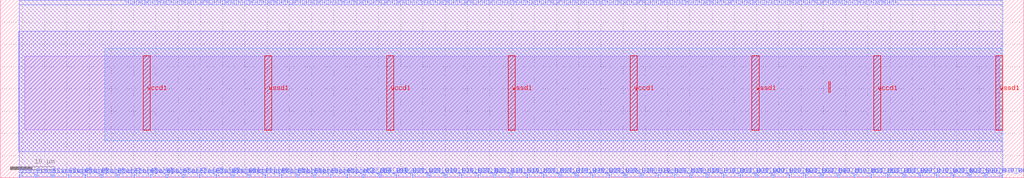
<source format=lef>
VERSION 5.7 ;
  NOWIREEXTENSIONATPIN ON ;
  DIVIDERCHAR "/" ;
  BUSBITCHARS "[]" ;
MACRO S_term_single
  CLASS BLOCK ;
  FOREIGN S_term_single ;
  ORIGIN 0.000 0.000 ;
  SIZE 230.000 BY 40.000 ;
  PIN Co
    DIRECTION OUTPUT TRISTATE ;
    USE SIGNAL ;
    PORT
      LAYER met2 ;
        RECT 173.510 39.200 173.790 40.000 ;
    END
  END Co
  PIN FrameStrobe[0]
    DIRECTION INPUT ;
    USE SIGNAL ;
    ANTENNAGATEAREA 0.213000 ;
    PORT
      LAYER met2 ;
        RECT 7.910 0.000 8.190 0.800 ;
    END
  END FrameStrobe[0]
  PIN FrameStrobe[10]
    DIRECTION INPUT ;
    USE SIGNAL ;
    ANTENNAGATEAREA 0.196500 ;
    PORT
      LAYER met2 ;
        RECT 44.710 0.000 44.990 0.800 ;
    END
  END FrameStrobe[10]
  PIN FrameStrobe[11]
    DIRECTION INPUT ;
    USE SIGNAL ;
    ANTENNAGATEAREA 0.196500 ;
    PORT
      LAYER met2 ;
        RECT 48.390 0.000 48.670 0.800 ;
    END
  END FrameStrobe[11]
  PIN FrameStrobe[12]
    DIRECTION INPUT ;
    USE SIGNAL ;
    ANTENNAGATEAREA 0.196500 ;
    PORT
      LAYER met2 ;
        RECT 52.070 0.000 52.350 0.800 ;
    END
  END FrameStrobe[12]
  PIN FrameStrobe[13]
    DIRECTION INPUT ;
    USE SIGNAL ;
    ANTENNAGATEAREA 0.196500 ;
    PORT
      LAYER met2 ;
        RECT 55.750 0.000 56.030 0.800 ;
    END
  END FrameStrobe[13]
  PIN FrameStrobe[14]
    DIRECTION INPUT ;
    USE SIGNAL ;
    ANTENNAGATEAREA 0.196500 ;
    PORT
      LAYER met2 ;
        RECT 59.430 0.000 59.710 0.800 ;
    END
  END FrameStrobe[14]
  PIN FrameStrobe[15]
    DIRECTION INPUT ;
    USE SIGNAL ;
    ANTENNAGATEAREA 0.196500 ;
    PORT
      LAYER met2 ;
        RECT 63.110 0.000 63.390 0.800 ;
    END
  END FrameStrobe[15]
  PIN FrameStrobe[16]
    DIRECTION INPUT ;
    USE SIGNAL ;
    ANTENNAGATEAREA 0.196500 ;
    PORT
      LAYER met2 ;
        RECT 66.790 0.000 67.070 0.800 ;
    END
  END FrameStrobe[16]
  PIN FrameStrobe[17]
    DIRECTION INPUT ;
    USE SIGNAL ;
    ANTENNAGATEAREA 0.196500 ;
    PORT
      LAYER met2 ;
        RECT 70.470 0.000 70.750 0.800 ;
    END
  END FrameStrobe[17]
  PIN FrameStrobe[18]
    DIRECTION INPUT ;
    USE SIGNAL ;
    ANTENNAGATEAREA 0.196500 ;
    PORT
      LAYER met2 ;
        RECT 74.150 0.000 74.430 0.800 ;
    END
  END FrameStrobe[18]
  PIN FrameStrobe[19]
    DIRECTION INPUT ;
    USE SIGNAL ;
    ANTENNAGATEAREA 0.196500 ;
    PORT
      LAYER met2 ;
        RECT 77.830 0.000 78.110 0.800 ;
    END
  END FrameStrobe[19]
  PIN FrameStrobe[1]
    DIRECTION INPUT ;
    USE SIGNAL ;
    ANTENNAGATEAREA 0.213000 ;
    PORT
      LAYER met2 ;
        RECT 11.590 0.000 11.870 0.800 ;
    END
  END FrameStrobe[1]
  PIN FrameStrobe[2]
    DIRECTION INPUT ;
    USE SIGNAL ;
    ANTENNAGATEAREA 0.213000 ;
    PORT
      LAYER met2 ;
        RECT 15.270 0.000 15.550 0.800 ;
    END
  END FrameStrobe[2]
  PIN FrameStrobe[3]
    DIRECTION INPUT ;
    USE SIGNAL ;
    ANTENNAGATEAREA 0.126000 ;
    PORT
      LAYER met2 ;
        RECT 18.950 0.000 19.230 0.800 ;
    END
  END FrameStrobe[3]
  PIN FrameStrobe[4]
    DIRECTION INPUT ;
    USE SIGNAL ;
    ANTENNAGATEAREA 0.126000 ;
    PORT
      LAYER met2 ;
        RECT 22.630 0.000 22.910 0.800 ;
    END
  END FrameStrobe[4]
  PIN FrameStrobe[5]
    DIRECTION INPUT ;
    USE SIGNAL ;
    ANTENNAGATEAREA 0.213000 ;
    PORT
      LAYER met2 ;
        RECT 26.310 0.000 26.590 0.800 ;
    END
  END FrameStrobe[5]
  PIN FrameStrobe[6]
    DIRECTION INPUT ;
    USE SIGNAL ;
    ANTENNAGATEAREA 0.126000 ;
    PORT
      LAYER met2 ;
        RECT 29.990 0.000 30.270 0.800 ;
    END
  END FrameStrobe[6]
  PIN FrameStrobe[7]
    DIRECTION INPUT ;
    USE SIGNAL ;
    ANTENNAGATEAREA 0.126000 ;
    PORT
      LAYER met2 ;
        RECT 33.670 0.000 33.950 0.800 ;
    END
  END FrameStrobe[7]
  PIN FrameStrobe[8]
    DIRECTION INPUT ;
    USE SIGNAL ;
    ANTENNAGATEAREA 0.196500 ;
    PORT
      LAYER met2 ;
        RECT 37.350 0.000 37.630 0.800 ;
    END
  END FrameStrobe[8]
  PIN FrameStrobe[9]
    DIRECTION INPUT ;
    USE SIGNAL ;
    ANTENNAGATEAREA 0.196500 ;
    PORT
      LAYER met2 ;
        RECT 41.030 0.000 41.310 0.800 ;
    END
  END FrameStrobe[9]
  PIN FrameStrobe_O[0]
    DIRECTION OUTPUT TRISTATE ;
    USE SIGNAL ;
    ANTENNADIFFAREA 0.795200 ;
    PORT
      LAYER met2 ;
        RECT 174.890 39.200 175.170 40.000 ;
    END
  END FrameStrobe_O[0]
  PIN FrameStrobe_O[10]
    DIRECTION OUTPUT TRISTATE ;
    USE SIGNAL ;
    ANTENNADIFFAREA 0.795200 ;
    PORT
      LAYER met2 ;
        RECT 188.690 39.200 188.970 40.000 ;
    END
  END FrameStrobe_O[10]
  PIN FrameStrobe_O[11]
    DIRECTION OUTPUT TRISTATE ;
    USE SIGNAL ;
    ANTENNADIFFAREA 0.795200 ;
    PORT
      LAYER met2 ;
        RECT 190.070 39.200 190.350 40.000 ;
    END
  END FrameStrobe_O[11]
  PIN FrameStrobe_O[12]
    DIRECTION OUTPUT TRISTATE ;
    USE SIGNAL ;
    ANTENNADIFFAREA 0.795200 ;
    PORT
      LAYER met2 ;
        RECT 191.450 39.200 191.730 40.000 ;
    END
  END FrameStrobe_O[12]
  PIN FrameStrobe_O[13]
    DIRECTION OUTPUT TRISTATE ;
    USE SIGNAL ;
    ANTENNADIFFAREA 0.795200 ;
    PORT
      LAYER met2 ;
        RECT 192.830 39.200 193.110 40.000 ;
    END
  END FrameStrobe_O[13]
  PIN FrameStrobe_O[14]
    DIRECTION OUTPUT TRISTATE ;
    USE SIGNAL ;
    ANTENNADIFFAREA 0.795200 ;
    PORT
      LAYER met2 ;
        RECT 194.210 39.200 194.490 40.000 ;
    END
  END FrameStrobe_O[14]
  PIN FrameStrobe_O[15]
    DIRECTION OUTPUT TRISTATE ;
    USE SIGNAL ;
    ANTENNADIFFAREA 0.795200 ;
    PORT
      LAYER met2 ;
        RECT 195.590 39.200 195.870 40.000 ;
    END
  END FrameStrobe_O[15]
  PIN FrameStrobe_O[16]
    DIRECTION OUTPUT TRISTATE ;
    USE SIGNAL ;
    ANTENNADIFFAREA 0.795200 ;
    PORT
      LAYER met2 ;
        RECT 196.970 39.200 197.250 40.000 ;
    END
  END FrameStrobe_O[16]
  PIN FrameStrobe_O[17]
    DIRECTION OUTPUT TRISTATE ;
    USE SIGNAL ;
    ANTENNADIFFAREA 0.795200 ;
    PORT
      LAYER met2 ;
        RECT 198.350 39.200 198.630 40.000 ;
    END
  END FrameStrobe_O[17]
  PIN FrameStrobe_O[18]
    DIRECTION OUTPUT TRISTATE ;
    USE SIGNAL ;
    ANTENNADIFFAREA 0.795200 ;
    PORT
      LAYER met2 ;
        RECT 199.730 39.200 200.010 40.000 ;
    END
  END FrameStrobe_O[18]
  PIN FrameStrobe_O[19]
    DIRECTION OUTPUT TRISTATE ;
    USE SIGNAL ;
    ANTENNADIFFAREA 0.795200 ;
    PORT
      LAYER met2 ;
        RECT 201.110 39.200 201.390 40.000 ;
    END
  END FrameStrobe_O[19]
  PIN FrameStrobe_O[1]
    DIRECTION OUTPUT TRISTATE ;
    USE SIGNAL ;
    ANTENNADIFFAREA 0.795200 ;
    PORT
      LAYER met2 ;
        RECT 176.270 39.200 176.550 40.000 ;
    END
  END FrameStrobe_O[1]
  PIN FrameStrobe_O[2]
    DIRECTION OUTPUT TRISTATE ;
    USE SIGNAL ;
    ANTENNADIFFAREA 0.795200 ;
    PORT
      LAYER met2 ;
        RECT 177.650 39.200 177.930 40.000 ;
    END
  END FrameStrobe_O[2]
  PIN FrameStrobe_O[3]
    DIRECTION OUTPUT TRISTATE ;
    USE SIGNAL ;
    ANTENNADIFFAREA 0.795200 ;
    PORT
      LAYER met2 ;
        RECT 179.030 39.200 179.310 40.000 ;
    END
  END FrameStrobe_O[3]
  PIN FrameStrobe_O[4]
    DIRECTION OUTPUT TRISTATE ;
    USE SIGNAL ;
    ANTENNADIFFAREA 0.795200 ;
    PORT
      LAYER met2 ;
        RECT 180.410 39.200 180.690 40.000 ;
    END
  END FrameStrobe_O[4]
  PIN FrameStrobe_O[5]
    DIRECTION OUTPUT TRISTATE ;
    USE SIGNAL ;
    ANTENNADIFFAREA 0.795200 ;
    PORT
      LAYER met2 ;
        RECT 181.790 39.200 182.070 40.000 ;
    END
  END FrameStrobe_O[5]
  PIN FrameStrobe_O[6]
    DIRECTION OUTPUT TRISTATE ;
    USE SIGNAL ;
    ANTENNADIFFAREA 0.795200 ;
    PORT
      LAYER met2 ;
        RECT 183.170 39.200 183.450 40.000 ;
    END
  END FrameStrobe_O[6]
  PIN FrameStrobe_O[7]
    DIRECTION OUTPUT TRISTATE ;
    USE SIGNAL ;
    ANTENNADIFFAREA 0.795200 ;
    PORT
      LAYER met2 ;
        RECT 184.550 39.200 184.830 40.000 ;
    END
  END FrameStrobe_O[7]
  PIN FrameStrobe_O[8]
    DIRECTION OUTPUT TRISTATE ;
    USE SIGNAL ;
    ANTENNADIFFAREA 0.795200 ;
    PORT
      LAYER met2 ;
        RECT 185.930 39.200 186.210 40.000 ;
    END
  END FrameStrobe_O[8]
  PIN FrameStrobe_O[9]
    DIRECTION OUTPUT TRISTATE ;
    USE SIGNAL ;
    ANTENNADIFFAREA 0.795200 ;
    PORT
      LAYER met2 ;
        RECT 187.310 39.200 187.590 40.000 ;
    END
  END FrameStrobe_O[9]
  PIN N1BEG[0]
    DIRECTION OUTPUT TRISTATE ;
    USE SIGNAL ;
    ANTENNADIFFAREA 0.795200 ;
    PORT
      LAYER met2 ;
        RECT 28.610 39.200 28.890 40.000 ;
    END
  END N1BEG[0]
  PIN N1BEG[1]
    DIRECTION OUTPUT TRISTATE ;
    USE SIGNAL ;
    ANTENNADIFFAREA 0.795200 ;
    PORT
      LAYER met2 ;
        RECT 29.990 39.200 30.270 40.000 ;
    END
  END N1BEG[1]
  PIN N1BEG[2]
    DIRECTION OUTPUT TRISTATE ;
    USE SIGNAL ;
    ANTENNADIFFAREA 0.795200 ;
    PORT
      LAYER met2 ;
        RECT 31.370 39.200 31.650 40.000 ;
    END
  END N1BEG[2]
  PIN N1BEG[3]
    DIRECTION OUTPUT TRISTATE ;
    USE SIGNAL ;
    ANTENNADIFFAREA 0.795200 ;
    PORT
      LAYER met2 ;
        RECT 32.750 39.200 33.030 40.000 ;
    END
  END N1BEG[3]
  PIN N2BEG[0]
    DIRECTION OUTPUT TRISTATE ;
    USE SIGNAL ;
    ANTENNADIFFAREA 0.795200 ;
    PORT
      LAYER met2 ;
        RECT 34.130 39.200 34.410 40.000 ;
    END
  END N2BEG[0]
  PIN N2BEG[1]
    DIRECTION OUTPUT TRISTATE ;
    USE SIGNAL ;
    ANTENNADIFFAREA 0.795200 ;
    PORT
      LAYER met2 ;
        RECT 35.510 39.200 35.790 40.000 ;
    END
  END N2BEG[1]
  PIN N2BEG[2]
    DIRECTION OUTPUT TRISTATE ;
    USE SIGNAL ;
    ANTENNADIFFAREA 0.795200 ;
    PORT
      LAYER met2 ;
        RECT 36.890 39.200 37.170 40.000 ;
    END
  END N2BEG[2]
  PIN N2BEG[3]
    DIRECTION OUTPUT TRISTATE ;
    USE SIGNAL ;
    ANTENNADIFFAREA 0.795200 ;
    PORT
      LAYER met2 ;
        RECT 38.270 39.200 38.550 40.000 ;
    END
  END N2BEG[3]
  PIN N2BEG[4]
    DIRECTION OUTPUT TRISTATE ;
    USE SIGNAL ;
    ANTENNADIFFAREA 0.795200 ;
    PORT
      LAYER met2 ;
        RECT 39.650 39.200 39.930 40.000 ;
    END
  END N2BEG[4]
  PIN N2BEG[5]
    DIRECTION OUTPUT TRISTATE ;
    USE SIGNAL ;
    ANTENNADIFFAREA 0.795200 ;
    PORT
      LAYER met2 ;
        RECT 41.030 39.200 41.310 40.000 ;
    END
  END N2BEG[5]
  PIN N2BEG[6]
    DIRECTION OUTPUT TRISTATE ;
    USE SIGNAL ;
    ANTENNADIFFAREA 0.795200 ;
    PORT
      LAYER met2 ;
        RECT 42.410 39.200 42.690 40.000 ;
    END
  END N2BEG[6]
  PIN N2BEG[7]
    DIRECTION OUTPUT TRISTATE ;
    USE SIGNAL ;
    ANTENNADIFFAREA 0.795200 ;
    PORT
      LAYER met2 ;
        RECT 43.790 39.200 44.070 40.000 ;
    END
  END N2BEG[7]
  PIN N2BEGb[0]
    DIRECTION OUTPUT TRISTATE ;
    USE SIGNAL ;
    ANTENNADIFFAREA 0.795200 ;
    PORT
      LAYER met2 ;
        RECT 45.170 39.200 45.450 40.000 ;
    END
  END N2BEGb[0]
  PIN N2BEGb[1]
    DIRECTION OUTPUT TRISTATE ;
    USE SIGNAL ;
    ANTENNADIFFAREA 0.795200 ;
    PORT
      LAYER met2 ;
        RECT 46.550 39.200 46.830 40.000 ;
    END
  END N2BEGb[1]
  PIN N2BEGb[2]
    DIRECTION OUTPUT TRISTATE ;
    USE SIGNAL ;
    ANTENNADIFFAREA 0.795200 ;
    PORT
      LAYER met2 ;
        RECT 47.930 39.200 48.210 40.000 ;
    END
  END N2BEGb[2]
  PIN N2BEGb[3]
    DIRECTION OUTPUT TRISTATE ;
    USE SIGNAL ;
    ANTENNADIFFAREA 0.795200 ;
    PORT
      LAYER met2 ;
        RECT 49.310 39.200 49.590 40.000 ;
    END
  END N2BEGb[3]
  PIN N2BEGb[4]
    DIRECTION OUTPUT TRISTATE ;
    USE SIGNAL ;
    ANTENNADIFFAREA 0.795200 ;
    PORT
      LAYER met2 ;
        RECT 50.690 39.200 50.970 40.000 ;
    END
  END N2BEGb[4]
  PIN N2BEGb[5]
    DIRECTION OUTPUT TRISTATE ;
    USE SIGNAL ;
    ANTENNADIFFAREA 0.795200 ;
    PORT
      LAYER met2 ;
        RECT 52.070 39.200 52.350 40.000 ;
    END
  END N2BEGb[5]
  PIN N2BEGb[6]
    DIRECTION OUTPUT TRISTATE ;
    USE SIGNAL ;
    ANTENNADIFFAREA 0.795200 ;
    PORT
      LAYER met2 ;
        RECT 53.450 39.200 53.730 40.000 ;
    END
  END N2BEGb[6]
  PIN N2BEGb[7]
    DIRECTION OUTPUT TRISTATE ;
    USE SIGNAL ;
    ANTENNADIFFAREA 0.795200 ;
    PORT
      LAYER met2 ;
        RECT 54.830 39.200 55.110 40.000 ;
    END
  END N2BEGb[7]
  PIN N4BEG[0]
    DIRECTION OUTPUT TRISTATE ;
    USE SIGNAL ;
    ANTENNADIFFAREA 0.795200 ;
    PORT
      LAYER met2 ;
        RECT 56.210 39.200 56.490 40.000 ;
    END
  END N4BEG[0]
  PIN N4BEG[10]
    DIRECTION OUTPUT TRISTATE ;
    USE SIGNAL ;
    ANTENNADIFFAREA 0.795200 ;
    PORT
      LAYER met2 ;
        RECT 70.010 39.200 70.290 40.000 ;
    END
  END N4BEG[10]
  PIN N4BEG[11]
    DIRECTION OUTPUT TRISTATE ;
    USE SIGNAL ;
    ANTENNADIFFAREA 0.795200 ;
    PORT
      LAYER met2 ;
        RECT 71.390 39.200 71.670 40.000 ;
    END
  END N4BEG[11]
  PIN N4BEG[12]
    DIRECTION OUTPUT TRISTATE ;
    USE SIGNAL ;
    ANTENNADIFFAREA 0.795200 ;
    PORT
      LAYER met2 ;
        RECT 72.770 39.200 73.050 40.000 ;
    END
  END N4BEG[12]
  PIN N4BEG[13]
    DIRECTION OUTPUT TRISTATE ;
    USE SIGNAL ;
    ANTENNADIFFAREA 0.795200 ;
    PORT
      LAYER met2 ;
        RECT 74.150 39.200 74.430 40.000 ;
    END
  END N4BEG[13]
  PIN N4BEG[14]
    DIRECTION OUTPUT TRISTATE ;
    USE SIGNAL ;
    ANTENNADIFFAREA 0.795200 ;
    PORT
      LAYER met2 ;
        RECT 75.530 39.200 75.810 40.000 ;
    END
  END N4BEG[14]
  PIN N4BEG[15]
    DIRECTION OUTPUT TRISTATE ;
    USE SIGNAL ;
    ANTENNADIFFAREA 0.795200 ;
    PORT
      LAYER met2 ;
        RECT 76.910 39.200 77.190 40.000 ;
    END
  END N4BEG[15]
  PIN N4BEG[1]
    DIRECTION OUTPUT TRISTATE ;
    USE SIGNAL ;
    ANTENNADIFFAREA 0.795200 ;
    PORT
      LAYER met2 ;
        RECT 57.590 39.200 57.870 40.000 ;
    END
  END N4BEG[1]
  PIN N4BEG[2]
    DIRECTION OUTPUT TRISTATE ;
    USE SIGNAL ;
    ANTENNADIFFAREA 0.795200 ;
    PORT
      LAYER met2 ;
        RECT 58.970 39.200 59.250 40.000 ;
    END
  END N4BEG[2]
  PIN N4BEG[3]
    DIRECTION OUTPUT TRISTATE ;
    USE SIGNAL ;
    ANTENNADIFFAREA 0.795200 ;
    PORT
      LAYER met2 ;
        RECT 60.350 39.200 60.630 40.000 ;
    END
  END N4BEG[3]
  PIN N4BEG[4]
    DIRECTION OUTPUT TRISTATE ;
    USE SIGNAL ;
    ANTENNADIFFAREA 0.795200 ;
    PORT
      LAYER met2 ;
        RECT 61.730 39.200 62.010 40.000 ;
    END
  END N4BEG[4]
  PIN N4BEG[5]
    DIRECTION OUTPUT TRISTATE ;
    USE SIGNAL ;
    ANTENNADIFFAREA 0.795200 ;
    PORT
      LAYER met2 ;
        RECT 63.110 39.200 63.390 40.000 ;
    END
  END N4BEG[5]
  PIN N4BEG[6]
    DIRECTION OUTPUT TRISTATE ;
    USE SIGNAL ;
    ANTENNADIFFAREA 0.795200 ;
    PORT
      LAYER met2 ;
        RECT 64.490 39.200 64.770 40.000 ;
    END
  END N4BEG[6]
  PIN N4BEG[7]
    DIRECTION OUTPUT TRISTATE ;
    USE SIGNAL ;
    ANTENNADIFFAREA 0.795200 ;
    PORT
      LAYER met2 ;
        RECT 65.870 39.200 66.150 40.000 ;
    END
  END N4BEG[7]
  PIN N4BEG[8]
    DIRECTION OUTPUT TRISTATE ;
    USE SIGNAL ;
    ANTENNADIFFAREA 0.795200 ;
    PORT
      LAYER met2 ;
        RECT 67.250 39.200 67.530 40.000 ;
    END
  END N4BEG[8]
  PIN N4BEG[9]
    DIRECTION OUTPUT TRISTATE ;
    USE SIGNAL ;
    ANTENNADIFFAREA 0.795200 ;
    PORT
      LAYER met2 ;
        RECT 68.630 39.200 68.910 40.000 ;
    END
  END N4BEG[9]
  PIN NN4BEG[0]
    DIRECTION OUTPUT TRISTATE ;
    USE SIGNAL ;
    ANTENNADIFFAREA 0.795200 ;
    PORT
      LAYER met2 ;
        RECT 78.290 39.200 78.570 40.000 ;
    END
  END NN4BEG[0]
  PIN NN4BEG[10]
    DIRECTION OUTPUT TRISTATE ;
    USE SIGNAL ;
    ANTENNADIFFAREA 0.795200 ;
    PORT
      LAYER met2 ;
        RECT 92.090 39.200 92.370 40.000 ;
    END
  END NN4BEG[10]
  PIN NN4BEG[11]
    DIRECTION OUTPUT TRISTATE ;
    USE SIGNAL ;
    ANTENNADIFFAREA 0.795200 ;
    PORT
      LAYER met2 ;
        RECT 93.470 39.200 93.750 40.000 ;
    END
  END NN4BEG[11]
  PIN NN4BEG[12]
    DIRECTION OUTPUT TRISTATE ;
    USE SIGNAL ;
    ANTENNADIFFAREA 0.795200 ;
    PORT
      LAYER met2 ;
        RECT 94.850 39.200 95.130 40.000 ;
    END
  END NN4BEG[12]
  PIN NN4BEG[13]
    DIRECTION OUTPUT TRISTATE ;
    USE SIGNAL ;
    ANTENNADIFFAREA 0.795200 ;
    PORT
      LAYER met2 ;
        RECT 96.230 39.200 96.510 40.000 ;
    END
  END NN4BEG[13]
  PIN NN4BEG[14]
    DIRECTION OUTPUT TRISTATE ;
    USE SIGNAL ;
    ANTENNADIFFAREA 0.795200 ;
    PORT
      LAYER met2 ;
        RECT 97.610 39.200 97.890 40.000 ;
    END
  END NN4BEG[14]
  PIN NN4BEG[15]
    DIRECTION OUTPUT TRISTATE ;
    USE SIGNAL ;
    ANTENNADIFFAREA 0.795200 ;
    PORT
      LAYER met2 ;
        RECT 98.990 39.200 99.270 40.000 ;
    END
  END NN4BEG[15]
  PIN NN4BEG[1]
    DIRECTION OUTPUT TRISTATE ;
    USE SIGNAL ;
    ANTENNADIFFAREA 0.795200 ;
    PORT
      LAYER met2 ;
        RECT 79.670 39.200 79.950 40.000 ;
    END
  END NN4BEG[1]
  PIN NN4BEG[2]
    DIRECTION OUTPUT TRISTATE ;
    USE SIGNAL ;
    ANTENNADIFFAREA 0.795200 ;
    PORT
      LAYER met2 ;
        RECT 81.050 39.200 81.330 40.000 ;
    END
  END NN4BEG[2]
  PIN NN4BEG[3]
    DIRECTION OUTPUT TRISTATE ;
    USE SIGNAL ;
    ANTENNADIFFAREA 0.795200 ;
    PORT
      LAYER met2 ;
        RECT 82.430 39.200 82.710 40.000 ;
    END
  END NN4BEG[3]
  PIN NN4BEG[4]
    DIRECTION OUTPUT TRISTATE ;
    USE SIGNAL ;
    ANTENNADIFFAREA 0.795200 ;
    PORT
      LAYER met2 ;
        RECT 83.810 39.200 84.090 40.000 ;
    END
  END NN4BEG[4]
  PIN NN4BEG[5]
    DIRECTION OUTPUT TRISTATE ;
    USE SIGNAL ;
    ANTENNADIFFAREA 0.795200 ;
    PORT
      LAYER met2 ;
        RECT 85.190 39.200 85.470 40.000 ;
    END
  END NN4BEG[5]
  PIN NN4BEG[6]
    DIRECTION OUTPUT TRISTATE ;
    USE SIGNAL ;
    ANTENNADIFFAREA 0.795200 ;
    PORT
      LAYER met2 ;
        RECT 86.570 39.200 86.850 40.000 ;
    END
  END NN4BEG[6]
  PIN NN4BEG[7]
    DIRECTION OUTPUT TRISTATE ;
    USE SIGNAL ;
    ANTENNADIFFAREA 0.795200 ;
    PORT
      LAYER met2 ;
        RECT 87.950 39.200 88.230 40.000 ;
    END
  END NN4BEG[7]
  PIN NN4BEG[8]
    DIRECTION OUTPUT TRISTATE ;
    USE SIGNAL ;
    ANTENNADIFFAREA 0.795200 ;
    PORT
      LAYER met2 ;
        RECT 89.330 39.200 89.610 40.000 ;
    END
  END NN4BEG[8]
  PIN NN4BEG[9]
    DIRECTION OUTPUT TRISTATE ;
    USE SIGNAL ;
    ANTENNADIFFAREA 0.795200 ;
    PORT
      LAYER met2 ;
        RECT 90.710 39.200 90.990 40.000 ;
    END
  END NN4BEG[9]
  PIN S1END[0]
    DIRECTION INPUT ;
    USE SIGNAL ;
    ANTENNAGATEAREA 0.196500 ;
    PORT
      LAYER met2 ;
        RECT 100.370 39.200 100.650 40.000 ;
    END
  END S1END[0]
  PIN S1END[1]
    DIRECTION INPUT ;
    USE SIGNAL ;
    ANTENNAGATEAREA 0.196500 ;
    PORT
      LAYER met2 ;
        RECT 101.750 39.200 102.030 40.000 ;
    END
  END S1END[1]
  PIN S1END[2]
    DIRECTION INPUT ;
    USE SIGNAL ;
    ANTENNAGATEAREA 0.196500 ;
    PORT
      LAYER met2 ;
        RECT 103.130 39.200 103.410 40.000 ;
    END
  END S1END[2]
  PIN S1END[3]
    DIRECTION INPUT ;
    USE SIGNAL ;
    ANTENNAGATEAREA 0.196500 ;
    PORT
      LAYER met2 ;
        RECT 104.510 39.200 104.790 40.000 ;
    END
  END S1END[3]
  PIN S2END[0]
    DIRECTION INPUT ;
    USE SIGNAL ;
    ANTENNAGATEAREA 0.196500 ;
    PORT
      LAYER met2 ;
        RECT 105.890 39.200 106.170 40.000 ;
    END
  END S2END[0]
  PIN S2END[1]
    DIRECTION INPUT ;
    USE SIGNAL ;
    ANTENNAGATEAREA 0.196500 ;
    PORT
      LAYER met2 ;
        RECT 107.270 39.200 107.550 40.000 ;
    END
  END S2END[1]
  PIN S2END[2]
    DIRECTION INPUT ;
    USE SIGNAL ;
    ANTENNAGATEAREA 0.196500 ;
    PORT
      LAYER met2 ;
        RECT 108.650 39.200 108.930 40.000 ;
    END
  END S2END[2]
  PIN S2END[3]
    DIRECTION INPUT ;
    USE SIGNAL ;
    ANTENNAGATEAREA 0.196500 ;
    PORT
      LAYER met2 ;
        RECT 110.030 39.200 110.310 40.000 ;
    END
  END S2END[3]
  PIN S2END[4]
    DIRECTION INPUT ;
    USE SIGNAL ;
    ANTENNAGATEAREA 0.196500 ;
    PORT
      LAYER met2 ;
        RECT 111.410 39.200 111.690 40.000 ;
    END
  END S2END[4]
  PIN S2END[5]
    DIRECTION INPUT ;
    USE SIGNAL ;
    ANTENNAGATEAREA 0.196500 ;
    PORT
      LAYER met2 ;
        RECT 112.790 39.200 113.070 40.000 ;
    END
  END S2END[5]
  PIN S2END[6]
    DIRECTION INPUT ;
    USE SIGNAL ;
    ANTENNAGATEAREA 0.196500 ;
    PORT
      LAYER met2 ;
        RECT 114.170 39.200 114.450 40.000 ;
    END
  END S2END[6]
  PIN S2END[7]
    DIRECTION INPUT ;
    USE SIGNAL ;
    ANTENNAGATEAREA 0.196500 ;
    PORT
      LAYER met2 ;
        RECT 115.550 39.200 115.830 40.000 ;
    END
  END S2END[7]
  PIN S2MID[0]
    DIRECTION INPUT ;
    USE SIGNAL ;
    ANTENNAGATEAREA 0.196500 ;
    PORT
      LAYER met2 ;
        RECT 116.930 39.200 117.210 40.000 ;
    END
  END S2MID[0]
  PIN S2MID[1]
    DIRECTION INPUT ;
    USE SIGNAL ;
    ANTENNAGATEAREA 0.196500 ;
    PORT
      LAYER met2 ;
        RECT 118.310 39.200 118.590 40.000 ;
    END
  END S2MID[1]
  PIN S2MID[2]
    DIRECTION INPUT ;
    USE SIGNAL ;
    ANTENNAGATEAREA 0.196500 ;
    PORT
      LAYER met2 ;
        RECT 119.690 39.200 119.970 40.000 ;
    END
  END S2MID[2]
  PIN S2MID[3]
    DIRECTION INPUT ;
    USE SIGNAL ;
    ANTENNAGATEAREA 0.196500 ;
    PORT
      LAYER met2 ;
        RECT 121.070 39.200 121.350 40.000 ;
    END
  END S2MID[3]
  PIN S2MID[4]
    DIRECTION INPUT ;
    USE SIGNAL ;
    ANTENNAGATEAREA 0.196500 ;
    PORT
      LAYER met2 ;
        RECT 122.450 39.200 122.730 40.000 ;
    END
  END S2MID[4]
  PIN S2MID[5]
    DIRECTION INPUT ;
    USE SIGNAL ;
    ANTENNAGATEAREA 0.196500 ;
    PORT
      LAYER met2 ;
        RECT 123.830 39.200 124.110 40.000 ;
    END
  END S2MID[5]
  PIN S2MID[6]
    DIRECTION INPUT ;
    USE SIGNAL ;
    ANTENNAGATEAREA 0.196500 ;
    PORT
      LAYER met2 ;
        RECT 125.210 39.200 125.490 40.000 ;
    END
  END S2MID[6]
  PIN S2MID[7]
    DIRECTION INPUT ;
    USE SIGNAL ;
    ANTENNAGATEAREA 0.196500 ;
    PORT
      LAYER met2 ;
        RECT 126.590 39.200 126.870 40.000 ;
    END
  END S2MID[7]
  PIN S4END[0]
    DIRECTION INPUT ;
    USE SIGNAL ;
    ANTENNAGATEAREA 0.196500 ;
    PORT
      LAYER met2 ;
        RECT 127.970 39.200 128.250 40.000 ;
    END
  END S4END[0]
  PIN S4END[10]
    DIRECTION INPUT ;
    USE SIGNAL ;
    ANTENNAGATEAREA 0.196500 ;
    PORT
      LAYER met2 ;
        RECT 141.770 39.200 142.050 40.000 ;
    END
  END S4END[10]
  PIN S4END[11]
    DIRECTION INPUT ;
    USE SIGNAL ;
    ANTENNAGATEAREA 0.196500 ;
    PORT
      LAYER met2 ;
        RECT 143.150 39.200 143.430 40.000 ;
    END
  END S4END[11]
  PIN S4END[12]
    DIRECTION INPUT ;
    USE SIGNAL ;
    PORT
      LAYER met2 ;
        RECT 144.530 39.200 144.810 40.000 ;
    END
  END S4END[12]
  PIN S4END[13]
    DIRECTION INPUT ;
    USE SIGNAL ;
    PORT
      LAYER met2 ;
        RECT 145.910 39.200 146.190 40.000 ;
    END
  END S4END[13]
  PIN S4END[14]
    DIRECTION INPUT ;
    USE SIGNAL ;
    PORT
      LAYER met2 ;
        RECT 147.290 39.200 147.570 40.000 ;
    END
  END S4END[14]
  PIN S4END[15]
    DIRECTION INPUT ;
    USE SIGNAL ;
    PORT
      LAYER met2 ;
        RECT 148.670 39.200 148.950 40.000 ;
    END
  END S4END[15]
  PIN S4END[1]
    DIRECTION INPUT ;
    USE SIGNAL ;
    ANTENNAGATEAREA 0.196500 ;
    PORT
      LAYER met2 ;
        RECT 129.350 39.200 129.630 40.000 ;
    END
  END S4END[1]
  PIN S4END[2]
    DIRECTION INPUT ;
    USE SIGNAL ;
    ANTENNAGATEAREA 0.196500 ;
    PORT
      LAYER met2 ;
        RECT 130.730 39.200 131.010 40.000 ;
    END
  END S4END[2]
  PIN S4END[3]
    DIRECTION INPUT ;
    USE SIGNAL ;
    ANTENNAGATEAREA 0.196500 ;
    PORT
      LAYER met2 ;
        RECT 132.110 39.200 132.390 40.000 ;
    END
  END S4END[3]
  PIN S4END[4]
    DIRECTION INPUT ;
    USE SIGNAL ;
    ANTENNAGATEAREA 0.196500 ;
    PORT
      LAYER met2 ;
        RECT 133.490 39.200 133.770 40.000 ;
    END
  END S4END[4]
  PIN S4END[5]
    DIRECTION INPUT ;
    USE SIGNAL ;
    ANTENNAGATEAREA 0.196500 ;
    PORT
      LAYER met2 ;
        RECT 134.870 39.200 135.150 40.000 ;
    END
  END S4END[5]
  PIN S4END[6]
    DIRECTION INPUT ;
    USE SIGNAL ;
    ANTENNAGATEAREA 0.196500 ;
    PORT
      LAYER met2 ;
        RECT 136.250 39.200 136.530 40.000 ;
    END
  END S4END[6]
  PIN S4END[7]
    DIRECTION INPUT ;
    USE SIGNAL ;
    ANTENNAGATEAREA 0.196500 ;
    PORT
      LAYER met2 ;
        RECT 137.630 39.200 137.910 40.000 ;
    END
  END S4END[7]
  PIN S4END[8]
    DIRECTION INPUT ;
    USE SIGNAL ;
    ANTENNAGATEAREA 0.196500 ;
    PORT
      LAYER met2 ;
        RECT 139.010 39.200 139.290 40.000 ;
    END
  END S4END[8]
  PIN S4END[9]
    DIRECTION INPUT ;
    USE SIGNAL ;
    ANTENNAGATEAREA 0.196500 ;
    PORT
      LAYER met2 ;
        RECT 140.390 39.200 140.670 40.000 ;
    END
  END S4END[9]
  PIN SS4END[0]
    DIRECTION INPUT ;
    USE SIGNAL ;
    ANTENNAGATEAREA 0.196500 ;
    PORT
      LAYER met2 ;
        RECT 150.050 39.200 150.330 40.000 ;
    END
  END SS4END[0]
  PIN SS4END[10]
    DIRECTION INPUT ;
    USE SIGNAL ;
    ANTENNAGATEAREA 0.196500 ;
    PORT
      LAYER met2 ;
        RECT 163.850 39.200 164.130 40.000 ;
    END
  END SS4END[10]
  PIN SS4END[11]
    DIRECTION INPUT ;
    USE SIGNAL ;
    ANTENNAGATEAREA 0.196500 ;
    PORT
      LAYER met2 ;
        RECT 165.230 39.200 165.510 40.000 ;
    END
  END SS4END[11]
  PIN SS4END[12]
    DIRECTION INPUT ;
    USE SIGNAL ;
    ANTENNAGATEAREA 0.196500 ;
    PORT
      LAYER met2 ;
        RECT 166.610 39.200 166.890 40.000 ;
    END
  END SS4END[12]
  PIN SS4END[13]
    DIRECTION INPUT ;
    USE SIGNAL ;
    ANTENNAGATEAREA 0.196500 ;
    PORT
      LAYER met2 ;
        RECT 167.990 39.200 168.270 40.000 ;
    END
  END SS4END[13]
  PIN SS4END[14]
    DIRECTION INPUT ;
    USE SIGNAL ;
    ANTENNAGATEAREA 0.196500 ;
    PORT
      LAYER met2 ;
        RECT 169.370 39.200 169.650 40.000 ;
    END
  END SS4END[14]
  PIN SS4END[15]
    DIRECTION INPUT ;
    USE SIGNAL ;
    ANTENNAGATEAREA 0.196500 ;
    PORT
      LAYER met2 ;
        RECT 170.750 39.200 171.030 40.000 ;
    END
  END SS4END[15]
  PIN SS4END[1]
    DIRECTION INPUT ;
    USE SIGNAL ;
    ANTENNAGATEAREA 0.196500 ;
    PORT
      LAYER met2 ;
        RECT 151.430 39.200 151.710 40.000 ;
    END
  END SS4END[1]
  PIN SS4END[2]
    DIRECTION INPUT ;
    USE SIGNAL ;
    ANTENNAGATEAREA 0.196500 ;
    PORT
      LAYER met2 ;
        RECT 152.810 39.200 153.090 40.000 ;
    END
  END SS4END[2]
  PIN SS4END[3]
    DIRECTION INPUT ;
    USE SIGNAL ;
    ANTENNAGATEAREA 0.196500 ;
    PORT
      LAYER met2 ;
        RECT 154.190 39.200 154.470 40.000 ;
    END
  END SS4END[3]
  PIN SS4END[4]
    DIRECTION INPUT ;
    USE SIGNAL ;
    ANTENNAGATEAREA 0.196500 ;
    PORT
      LAYER met2 ;
        RECT 155.570 39.200 155.850 40.000 ;
    END
  END SS4END[4]
  PIN SS4END[5]
    DIRECTION INPUT ;
    USE SIGNAL ;
    ANTENNAGATEAREA 0.196500 ;
    PORT
      LAYER met2 ;
        RECT 156.950 39.200 157.230 40.000 ;
    END
  END SS4END[5]
  PIN SS4END[6]
    DIRECTION INPUT ;
    USE SIGNAL ;
    ANTENNAGATEAREA 0.196500 ;
    PORT
      LAYER met2 ;
        RECT 158.330 39.200 158.610 40.000 ;
    END
  END SS4END[6]
  PIN SS4END[7]
    DIRECTION INPUT ;
    USE SIGNAL ;
    ANTENNAGATEAREA 0.196500 ;
    PORT
      LAYER met2 ;
        RECT 159.710 39.200 159.990 40.000 ;
    END
  END SS4END[7]
  PIN SS4END[8]
    DIRECTION INPUT ;
    USE SIGNAL ;
    ANTENNAGATEAREA 0.196500 ;
    PORT
      LAYER met2 ;
        RECT 161.090 39.200 161.370 40.000 ;
    END
  END SS4END[8]
  PIN SS4END[9]
    DIRECTION INPUT ;
    USE SIGNAL ;
    ANTENNAGATEAREA 0.196500 ;
    PORT
      LAYER met2 ;
        RECT 162.470 39.200 162.750 40.000 ;
    END
  END SS4END[9]
  PIN UIO_BOT_UIN0
    DIRECTION INPUT ;
    USE SIGNAL ;
    ANTENNAGATEAREA 0.196500 ;
    PORT
      LAYER met2 ;
        RECT 81.510 0.000 81.790 0.800 ;
    END
  END UIO_BOT_UIN0
  PIN UIO_BOT_UIN1
    DIRECTION INPUT ;
    USE SIGNAL ;
    ANTENNAGATEAREA 0.196500 ;
    PORT
      LAYER met2 ;
        RECT 85.190 0.000 85.470 0.800 ;
    END
  END UIO_BOT_UIN1
  PIN UIO_BOT_UIN10
    DIRECTION INPUT ;
    USE SIGNAL ;
    ANTENNAGATEAREA 0.196500 ;
    PORT
      LAYER met2 ;
        RECT 88.870 0.000 89.150 0.800 ;
    END
  END UIO_BOT_UIN10
  PIN UIO_BOT_UIN11
    DIRECTION INPUT ;
    USE SIGNAL ;
    ANTENNAGATEAREA 0.196500 ;
    PORT
      LAYER met2 ;
        RECT 92.550 0.000 92.830 0.800 ;
    END
  END UIO_BOT_UIN11
  PIN UIO_BOT_UIN12
    DIRECTION INPUT ;
    USE SIGNAL ;
    ANTENNAGATEAREA 0.196500 ;
    PORT
      LAYER met2 ;
        RECT 96.230 0.000 96.510 0.800 ;
    END
  END UIO_BOT_UIN12
  PIN UIO_BOT_UIN13
    DIRECTION INPUT ;
    USE SIGNAL ;
    ANTENNAGATEAREA 0.196500 ;
    PORT
      LAYER met2 ;
        RECT 99.910 0.000 100.190 0.800 ;
    END
  END UIO_BOT_UIN13
  PIN UIO_BOT_UIN14
    DIRECTION INPUT ;
    USE SIGNAL ;
    ANTENNAGATEAREA 0.196500 ;
    PORT
      LAYER met2 ;
        RECT 103.590 0.000 103.870 0.800 ;
    END
  END UIO_BOT_UIN14
  PIN UIO_BOT_UIN15
    DIRECTION INPUT ;
    USE SIGNAL ;
    ANTENNAGATEAREA 0.196500 ;
    PORT
      LAYER met2 ;
        RECT 107.270 0.000 107.550 0.800 ;
    END
  END UIO_BOT_UIN15
  PIN UIO_BOT_UIN16
    DIRECTION INPUT ;
    USE SIGNAL ;
    ANTENNAGATEAREA 0.196500 ;
    PORT
      LAYER met2 ;
        RECT 110.950 0.000 111.230 0.800 ;
    END
  END UIO_BOT_UIN16
  PIN UIO_BOT_UIN17
    DIRECTION INPUT ;
    USE SIGNAL ;
    ANTENNAGATEAREA 0.196500 ;
    PORT
      LAYER met2 ;
        RECT 114.630 0.000 114.910 0.800 ;
    END
  END UIO_BOT_UIN17
  PIN UIO_BOT_UIN18
    DIRECTION INPUT ;
    USE SIGNAL ;
    ANTENNAGATEAREA 0.196500 ;
    PORT
      LAYER met2 ;
        RECT 118.310 0.000 118.590 0.800 ;
    END
  END UIO_BOT_UIN18
  PIN UIO_BOT_UIN19
    DIRECTION INPUT ;
    USE SIGNAL ;
    ANTENNAGATEAREA 0.196500 ;
    PORT
      LAYER met2 ;
        RECT 121.990 0.000 122.270 0.800 ;
    END
  END UIO_BOT_UIN19
  PIN UIO_BOT_UIN2
    DIRECTION INPUT ;
    USE SIGNAL ;
    ANTENNAGATEAREA 0.196500 ;
    PORT
      LAYER met2 ;
        RECT 125.670 0.000 125.950 0.800 ;
    END
  END UIO_BOT_UIN2
  PIN UIO_BOT_UIN3
    DIRECTION INPUT ;
    USE SIGNAL ;
    ANTENNAGATEAREA 0.196500 ;
    PORT
      LAYER met2 ;
        RECT 129.350 0.000 129.630 0.800 ;
    END
  END UIO_BOT_UIN3
  PIN UIO_BOT_UIN4
    DIRECTION INPUT ;
    USE SIGNAL ;
    ANTENNAGATEAREA 0.196500 ;
    PORT
      LAYER met2 ;
        RECT 133.030 0.000 133.310 0.800 ;
    END
  END UIO_BOT_UIN4
  PIN UIO_BOT_UIN5
    DIRECTION INPUT ;
    USE SIGNAL ;
    ANTENNAGATEAREA 0.196500 ;
    PORT
      LAYER met2 ;
        RECT 136.710 0.000 136.990 0.800 ;
    END
  END UIO_BOT_UIN5
  PIN UIO_BOT_UIN6
    DIRECTION INPUT ;
    USE SIGNAL ;
    ANTENNAGATEAREA 0.196500 ;
    PORT
      LAYER met2 ;
        RECT 140.390 0.000 140.670 0.800 ;
    END
  END UIO_BOT_UIN6
  PIN UIO_BOT_UIN7
    DIRECTION INPUT ;
    USE SIGNAL ;
    ANTENNAGATEAREA 0.196500 ;
    PORT
      LAYER met2 ;
        RECT 144.070 0.000 144.350 0.800 ;
    END
  END UIO_BOT_UIN7
  PIN UIO_BOT_UIN8
    DIRECTION INPUT ;
    USE SIGNAL ;
    ANTENNAGATEAREA 0.196500 ;
    PORT
      LAYER met2 ;
        RECT 147.750 0.000 148.030 0.800 ;
    END
  END UIO_BOT_UIN8
  PIN UIO_BOT_UIN9
    DIRECTION INPUT ;
    USE SIGNAL ;
    ANTENNAGATEAREA 0.196500 ;
    PORT
      LAYER met2 ;
        RECT 151.430 0.000 151.710 0.800 ;
    END
  END UIO_BOT_UIN9
  PIN UIO_BOT_UOUT0
    DIRECTION OUTPUT TRISTATE ;
    USE SIGNAL ;
    ANTENNADIFFAREA 0.795200 ;
    PORT
      LAYER met2 ;
        RECT 155.110 0.000 155.390 0.800 ;
    END
  END UIO_BOT_UOUT0
  PIN UIO_BOT_UOUT1
    DIRECTION OUTPUT TRISTATE ;
    USE SIGNAL ;
    ANTENNADIFFAREA 0.795200 ;
    PORT
      LAYER met2 ;
        RECT 158.790 0.000 159.070 0.800 ;
    END
  END UIO_BOT_UOUT1
  PIN UIO_BOT_UOUT10
    DIRECTION OUTPUT TRISTATE ;
    USE SIGNAL ;
    ANTENNADIFFAREA 0.795200 ;
    PORT
      LAYER met2 ;
        RECT 162.470 0.000 162.750 0.800 ;
    END
  END UIO_BOT_UOUT10
  PIN UIO_BOT_UOUT11
    DIRECTION OUTPUT TRISTATE ;
    USE SIGNAL ;
    ANTENNADIFFAREA 0.795200 ;
    PORT
      LAYER met2 ;
        RECT 166.150 0.000 166.430 0.800 ;
    END
  END UIO_BOT_UOUT11
  PIN UIO_BOT_UOUT12
    DIRECTION OUTPUT TRISTATE ;
    USE SIGNAL ;
    ANTENNADIFFAREA 0.795200 ;
    PORT
      LAYER met2 ;
        RECT 169.830 0.000 170.110 0.800 ;
    END
  END UIO_BOT_UOUT12
  PIN UIO_BOT_UOUT13
    DIRECTION OUTPUT TRISTATE ;
    USE SIGNAL ;
    ANTENNADIFFAREA 0.795200 ;
    PORT
      LAYER met2 ;
        RECT 173.510 0.000 173.790 0.800 ;
    END
  END UIO_BOT_UOUT13
  PIN UIO_BOT_UOUT14
    DIRECTION OUTPUT TRISTATE ;
    USE SIGNAL ;
    ANTENNADIFFAREA 0.795200 ;
    PORT
      LAYER met2 ;
        RECT 177.190 0.000 177.470 0.800 ;
    END
  END UIO_BOT_UOUT14
  PIN UIO_BOT_UOUT15
    DIRECTION OUTPUT TRISTATE ;
    USE SIGNAL ;
    ANTENNADIFFAREA 0.795200 ;
    PORT
      LAYER met2 ;
        RECT 180.870 0.000 181.150 0.800 ;
    END
  END UIO_BOT_UOUT15
  PIN UIO_BOT_UOUT16
    DIRECTION OUTPUT TRISTATE ;
    USE SIGNAL ;
    ANTENNADIFFAREA 0.795200 ;
    PORT
      LAYER met2 ;
        RECT 184.550 0.000 184.830 0.800 ;
    END
  END UIO_BOT_UOUT16
  PIN UIO_BOT_UOUT17
    DIRECTION OUTPUT TRISTATE ;
    USE SIGNAL ;
    ANTENNADIFFAREA 0.795200 ;
    PORT
      LAYER met2 ;
        RECT 188.230 0.000 188.510 0.800 ;
    END
  END UIO_BOT_UOUT17
  PIN UIO_BOT_UOUT18
    DIRECTION OUTPUT TRISTATE ;
    USE SIGNAL ;
    ANTENNADIFFAREA 0.795200 ;
    PORT
      LAYER met2 ;
        RECT 191.910 0.000 192.190 0.800 ;
    END
  END UIO_BOT_UOUT18
  PIN UIO_BOT_UOUT19
    DIRECTION OUTPUT TRISTATE ;
    USE SIGNAL ;
    ANTENNADIFFAREA 0.795200 ;
    PORT
      LAYER met2 ;
        RECT 195.590 0.000 195.870 0.800 ;
    END
  END UIO_BOT_UOUT19
  PIN UIO_BOT_UOUT2
    DIRECTION OUTPUT TRISTATE ;
    USE SIGNAL ;
    ANTENNADIFFAREA 0.795200 ;
    PORT
      LAYER met2 ;
        RECT 199.270 0.000 199.550 0.800 ;
    END
  END UIO_BOT_UOUT2
  PIN UIO_BOT_UOUT3
    DIRECTION OUTPUT TRISTATE ;
    USE SIGNAL ;
    ANTENNADIFFAREA 0.795200 ;
    PORT
      LAYER met2 ;
        RECT 202.950 0.000 203.230 0.800 ;
    END
  END UIO_BOT_UOUT3
  PIN UIO_BOT_UOUT4
    DIRECTION OUTPUT TRISTATE ;
    USE SIGNAL ;
    ANTENNADIFFAREA 0.795200 ;
    PORT
      LAYER met2 ;
        RECT 206.630 0.000 206.910 0.800 ;
    END
  END UIO_BOT_UOUT4
  PIN UIO_BOT_UOUT5
    DIRECTION OUTPUT TRISTATE ;
    USE SIGNAL ;
    ANTENNADIFFAREA 0.795200 ;
    PORT
      LAYER met2 ;
        RECT 210.310 0.000 210.590 0.800 ;
    END
  END UIO_BOT_UOUT5
  PIN UIO_BOT_UOUT6
    DIRECTION OUTPUT TRISTATE ;
    USE SIGNAL ;
    ANTENNADIFFAREA 0.795200 ;
    PORT
      LAYER met2 ;
        RECT 213.990 0.000 214.270 0.800 ;
    END
  END UIO_BOT_UOUT6
  PIN UIO_BOT_UOUT7
    DIRECTION OUTPUT TRISTATE ;
    USE SIGNAL ;
    ANTENNADIFFAREA 0.795200 ;
    PORT
      LAYER met2 ;
        RECT 217.670 0.000 217.950 0.800 ;
    END
  END UIO_BOT_UOUT7
  PIN UIO_BOT_UOUT8
    DIRECTION OUTPUT TRISTATE ;
    USE SIGNAL ;
    ANTENNADIFFAREA 0.795200 ;
    PORT
      LAYER met2 ;
        RECT 221.350 0.000 221.630 0.800 ;
    END
  END UIO_BOT_UOUT8
  PIN UIO_BOT_UOUT9
    DIRECTION OUTPUT TRISTATE ;
    USE SIGNAL ;
    ANTENNADIFFAREA 0.795200 ;
    PORT
      LAYER met2 ;
        RECT 225.030 0.000 225.310 0.800 ;
    END
  END UIO_BOT_UOUT9
  PIN UserCLK
    DIRECTION INPUT ;
    USE SIGNAL ;
    ANTENNAGATEAREA 0.213000 ;
    PORT
      LAYER met2 ;
        RECT 4.230 0.000 4.510 0.800 ;
    END
  END UserCLK
  PIN UserCLKo
    DIRECTION OUTPUT TRISTATE ;
    USE SIGNAL ;
    ANTENNADIFFAREA 0.795200 ;
    PORT
      LAYER met2 ;
        RECT 172.130 39.200 172.410 40.000 ;
    END
  END UserCLKo
  PIN vccd1
    DIRECTION INOUT ;
    USE POWER ;
    PORT
      LAYER met4 ;
        RECT 32.085 10.640 33.685 27.440 ;
    END
    PORT
      LAYER met4 ;
        RECT 86.820 10.640 88.420 27.440 ;
    END
    PORT
      LAYER met4 ;
        RECT 141.555 10.640 143.155 27.440 ;
    END
    PORT
      LAYER met4 ;
        RECT 196.290 10.640 197.890 27.440 ;
    END
  END vccd1
  PIN vssd1
    DIRECTION INOUT ;
    USE GROUND ;
    PORT
      LAYER met4 ;
        RECT 59.450 10.640 61.050 27.440 ;
    END
    PORT
      LAYER met4 ;
        RECT 114.185 10.640 115.785 27.440 ;
    END
    PORT
      LAYER met4 ;
        RECT 168.920 10.640 170.520 27.440 ;
    END
    PORT
      LAYER met4 ;
        RECT 223.655 10.640 225.255 27.440 ;
    END
  END vssd1
  OBS
      LAYER li1 ;
        RECT 5.520 10.795 224.480 27.285 ;
      LAYER met1 ;
        RECT 4.210 5.820 225.255 32.940 ;
      LAYER met2 ;
        RECT 4.240 38.920 28.330 39.850 ;
        RECT 29.170 38.920 29.710 39.850 ;
        RECT 30.550 38.920 31.090 39.850 ;
        RECT 31.930 38.920 32.470 39.850 ;
        RECT 33.310 38.920 33.850 39.850 ;
        RECT 34.690 38.920 35.230 39.850 ;
        RECT 36.070 38.920 36.610 39.850 ;
        RECT 37.450 38.920 37.990 39.850 ;
        RECT 38.830 38.920 39.370 39.850 ;
        RECT 40.210 38.920 40.750 39.850 ;
        RECT 41.590 38.920 42.130 39.850 ;
        RECT 42.970 38.920 43.510 39.850 ;
        RECT 44.350 38.920 44.890 39.850 ;
        RECT 45.730 38.920 46.270 39.850 ;
        RECT 47.110 38.920 47.650 39.850 ;
        RECT 48.490 38.920 49.030 39.850 ;
        RECT 49.870 38.920 50.410 39.850 ;
        RECT 51.250 38.920 51.790 39.850 ;
        RECT 52.630 38.920 53.170 39.850 ;
        RECT 54.010 38.920 54.550 39.850 ;
        RECT 55.390 38.920 55.930 39.850 ;
        RECT 56.770 38.920 57.310 39.850 ;
        RECT 58.150 38.920 58.690 39.850 ;
        RECT 59.530 38.920 60.070 39.850 ;
        RECT 60.910 38.920 61.450 39.850 ;
        RECT 62.290 38.920 62.830 39.850 ;
        RECT 63.670 38.920 64.210 39.850 ;
        RECT 65.050 38.920 65.590 39.850 ;
        RECT 66.430 38.920 66.970 39.850 ;
        RECT 67.810 38.920 68.350 39.850 ;
        RECT 69.190 38.920 69.730 39.850 ;
        RECT 70.570 38.920 71.110 39.850 ;
        RECT 71.950 38.920 72.490 39.850 ;
        RECT 73.330 38.920 73.870 39.850 ;
        RECT 74.710 38.920 75.250 39.850 ;
        RECT 76.090 38.920 76.630 39.850 ;
        RECT 77.470 38.920 78.010 39.850 ;
        RECT 78.850 38.920 79.390 39.850 ;
        RECT 80.230 38.920 80.770 39.850 ;
        RECT 81.610 38.920 82.150 39.850 ;
        RECT 82.990 38.920 83.530 39.850 ;
        RECT 84.370 38.920 84.910 39.850 ;
        RECT 85.750 38.920 86.290 39.850 ;
        RECT 87.130 38.920 87.670 39.850 ;
        RECT 88.510 38.920 89.050 39.850 ;
        RECT 89.890 38.920 90.430 39.850 ;
        RECT 91.270 38.920 91.810 39.850 ;
        RECT 92.650 38.920 93.190 39.850 ;
        RECT 94.030 38.920 94.570 39.850 ;
        RECT 95.410 38.920 95.950 39.850 ;
        RECT 96.790 38.920 97.330 39.850 ;
        RECT 98.170 38.920 98.710 39.850 ;
        RECT 99.550 38.920 100.090 39.850 ;
        RECT 100.930 38.920 101.470 39.850 ;
        RECT 102.310 38.920 102.850 39.850 ;
        RECT 103.690 38.920 104.230 39.850 ;
        RECT 105.070 38.920 105.610 39.850 ;
        RECT 106.450 38.920 106.990 39.850 ;
        RECT 107.830 38.920 108.370 39.850 ;
        RECT 109.210 38.920 109.750 39.850 ;
        RECT 110.590 38.920 111.130 39.850 ;
        RECT 111.970 38.920 112.510 39.850 ;
        RECT 113.350 38.920 113.890 39.850 ;
        RECT 114.730 38.920 115.270 39.850 ;
        RECT 116.110 38.920 116.650 39.850 ;
        RECT 117.490 38.920 118.030 39.850 ;
        RECT 118.870 38.920 119.410 39.850 ;
        RECT 120.250 38.920 120.790 39.850 ;
        RECT 121.630 38.920 122.170 39.850 ;
        RECT 123.010 38.920 123.550 39.850 ;
        RECT 124.390 38.920 124.930 39.850 ;
        RECT 125.770 38.920 126.310 39.850 ;
        RECT 127.150 38.920 127.690 39.850 ;
        RECT 128.530 38.920 129.070 39.850 ;
        RECT 129.910 38.920 130.450 39.850 ;
        RECT 131.290 38.920 131.830 39.850 ;
        RECT 132.670 38.920 133.210 39.850 ;
        RECT 134.050 38.920 134.590 39.850 ;
        RECT 135.430 38.920 135.970 39.850 ;
        RECT 136.810 38.920 137.350 39.850 ;
        RECT 138.190 38.920 138.730 39.850 ;
        RECT 139.570 38.920 140.110 39.850 ;
        RECT 140.950 38.920 141.490 39.850 ;
        RECT 142.330 38.920 142.870 39.850 ;
        RECT 143.710 38.920 144.250 39.850 ;
        RECT 145.090 38.920 145.630 39.850 ;
        RECT 146.470 38.920 147.010 39.850 ;
        RECT 147.850 38.920 148.390 39.850 ;
        RECT 149.230 38.920 149.770 39.850 ;
        RECT 150.610 38.920 151.150 39.850 ;
        RECT 151.990 38.920 152.530 39.850 ;
        RECT 153.370 38.920 153.910 39.850 ;
        RECT 154.750 38.920 155.290 39.850 ;
        RECT 156.130 38.920 156.670 39.850 ;
        RECT 157.510 38.920 158.050 39.850 ;
        RECT 158.890 38.920 159.430 39.850 ;
        RECT 160.270 38.920 160.810 39.850 ;
        RECT 161.650 38.920 162.190 39.850 ;
        RECT 163.030 38.920 163.570 39.850 ;
        RECT 164.410 38.920 164.950 39.850 ;
        RECT 165.790 38.920 166.330 39.850 ;
        RECT 167.170 38.920 167.710 39.850 ;
        RECT 168.550 38.920 169.090 39.850 ;
        RECT 169.930 38.920 170.470 39.850 ;
        RECT 171.310 38.920 171.850 39.850 ;
        RECT 172.690 38.920 173.230 39.850 ;
        RECT 174.070 38.920 174.610 39.850 ;
        RECT 175.450 38.920 175.990 39.850 ;
        RECT 176.830 38.920 177.370 39.850 ;
        RECT 178.210 38.920 178.750 39.850 ;
        RECT 179.590 38.920 180.130 39.850 ;
        RECT 180.970 38.920 181.510 39.850 ;
        RECT 182.350 38.920 182.890 39.850 ;
        RECT 183.730 38.920 184.270 39.850 ;
        RECT 185.110 38.920 185.650 39.850 ;
        RECT 186.490 38.920 187.030 39.850 ;
        RECT 187.870 38.920 188.410 39.850 ;
        RECT 189.250 38.920 189.790 39.850 ;
        RECT 190.630 38.920 191.170 39.850 ;
        RECT 192.010 38.920 192.550 39.850 ;
        RECT 193.390 38.920 193.930 39.850 ;
        RECT 194.770 38.920 195.310 39.850 ;
        RECT 196.150 38.920 196.690 39.850 ;
        RECT 197.530 38.920 198.070 39.850 ;
        RECT 198.910 38.920 199.450 39.850 ;
        RECT 200.290 38.920 200.830 39.850 ;
        RECT 201.670 38.920 225.225 39.850 ;
        RECT 4.240 1.080 225.225 38.920 ;
        RECT 4.790 0.270 7.630 1.080 ;
        RECT 8.470 0.270 11.310 1.080 ;
        RECT 12.150 0.270 14.990 1.080 ;
        RECT 15.830 0.270 18.670 1.080 ;
        RECT 19.510 0.270 22.350 1.080 ;
        RECT 23.190 0.270 26.030 1.080 ;
        RECT 26.870 0.270 29.710 1.080 ;
        RECT 30.550 0.270 33.390 1.080 ;
        RECT 34.230 0.270 37.070 1.080 ;
        RECT 37.910 0.270 40.750 1.080 ;
        RECT 41.590 0.270 44.430 1.080 ;
        RECT 45.270 0.270 48.110 1.080 ;
        RECT 48.950 0.270 51.790 1.080 ;
        RECT 52.630 0.270 55.470 1.080 ;
        RECT 56.310 0.270 59.150 1.080 ;
        RECT 59.990 0.270 62.830 1.080 ;
        RECT 63.670 0.270 66.510 1.080 ;
        RECT 67.350 0.270 70.190 1.080 ;
        RECT 71.030 0.270 73.870 1.080 ;
        RECT 74.710 0.270 77.550 1.080 ;
        RECT 78.390 0.270 81.230 1.080 ;
        RECT 82.070 0.270 84.910 1.080 ;
        RECT 85.750 0.270 88.590 1.080 ;
        RECT 89.430 0.270 92.270 1.080 ;
        RECT 93.110 0.270 95.950 1.080 ;
        RECT 96.790 0.270 99.630 1.080 ;
        RECT 100.470 0.270 103.310 1.080 ;
        RECT 104.150 0.270 106.990 1.080 ;
        RECT 107.830 0.270 110.670 1.080 ;
        RECT 111.510 0.270 114.350 1.080 ;
        RECT 115.190 0.270 118.030 1.080 ;
        RECT 118.870 0.270 121.710 1.080 ;
        RECT 122.550 0.270 125.390 1.080 ;
        RECT 126.230 0.270 129.070 1.080 ;
        RECT 129.910 0.270 132.750 1.080 ;
        RECT 133.590 0.270 136.430 1.080 ;
        RECT 137.270 0.270 140.110 1.080 ;
        RECT 140.950 0.270 143.790 1.080 ;
        RECT 144.630 0.270 147.470 1.080 ;
        RECT 148.310 0.270 151.150 1.080 ;
        RECT 151.990 0.270 154.830 1.080 ;
        RECT 155.670 0.270 158.510 1.080 ;
        RECT 159.350 0.270 162.190 1.080 ;
        RECT 163.030 0.270 165.870 1.080 ;
        RECT 166.710 0.270 169.550 1.080 ;
        RECT 170.390 0.270 173.230 1.080 ;
        RECT 174.070 0.270 176.910 1.080 ;
        RECT 177.750 0.270 180.590 1.080 ;
        RECT 181.430 0.270 184.270 1.080 ;
        RECT 185.110 0.270 187.950 1.080 ;
        RECT 188.790 0.270 191.630 1.080 ;
        RECT 192.470 0.270 195.310 1.080 ;
        RECT 196.150 0.270 198.990 1.080 ;
        RECT 199.830 0.270 202.670 1.080 ;
        RECT 203.510 0.270 206.350 1.080 ;
        RECT 207.190 0.270 210.030 1.080 ;
        RECT 210.870 0.270 213.710 1.080 ;
        RECT 214.550 0.270 217.390 1.080 ;
        RECT 218.230 0.270 221.070 1.080 ;
        RECT 221.910 0.270 224.750 1.080 ;
      LAYER met3 ;
        RECT 23.525 8.335 225.245 29.065 ;
      LAYER met4 ;
        RECT 186.135 19.215 186.465 21.585 ;
  END
END S_term_single
END LIBRARY


</source>
